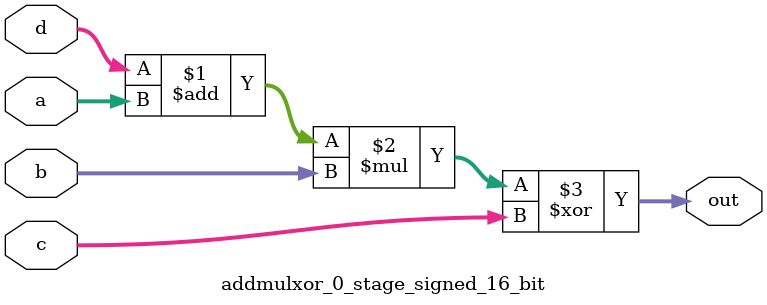
<source format=sv>
(* use_dsp = "yes" *) module addmulxor_0_stage_signed_16_bit(
	input signed [15:0] a,
	input signed [15:0] b,
	input signed [15:0] c,
	input signed [15:0] d,
	output [15:0] out
	);

	assign out = ((d + a) * b) ^ c;
endmodule

</source>
